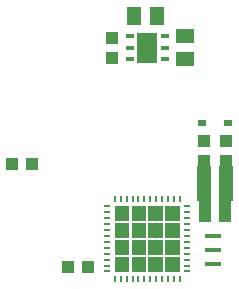
<source format=gbr>
G04 EAGLE Gerber RS-274X export*
G75*
%MOMM*%
%FSLAX34Y34*%
%LPD*%
%INSolderpaste Bottom*%
%IPPOS*%
%AMOC8*
5,1,8,0,0,1.08239X$1,22.5*%
G01*
%ADD10R,1.300000X1.500000*%
%ADD11R,1.100000X1.000000*%
%ADD12R,1.000000X1.100000*%
%ADD13R,0.550000X0.254000*%
%ADD14R,0.254000X0.550000*%
%ADD15R,1.399997X0.400000*%
%ADD16R,0.800000X0.500000*%
%ADD17R,1.500000X1.300000*%
%ADD18R,0.700000X0.400000*%
%ADD19R,1.750000X2.500000*%

G36*
X-16810Y102411D02*
X-16810Y102411D01*
X-16807Y102410D01*
X-16764Y102430D01*
X-16721Y102449D01*
X-16720Y102451D01*
X-16718Y102452D01*
X-16685Y102537D01*
X-16685Y114761D01*
X-16686Y114763D01*
X-16685Y114765D01*
X-16705Y114808D01*
X-16724Y114851D01*
X-16726Y114852D01*
X-16727Y114854D01*
X-16812Y114887D01*
X-29036Y114887D01*
X-29038Y114886D01*
X-29040Y114887D01*
X-29083Y114867D01*
X-29126Y114848D01*
X-29127Y114846D01*
X-29129Y114845D01*
X-29162Y114761D01*
X-29162Y102537D01*
X-29161Y102535D01*
X-29162Y102532D01*
X-29142Y102489D01*
X-29123Y102446D01*
X-29121Y102445D01*
X-29120Y102443D01*
X-29036Y102410D01*
X-16812Y102410D01*
X-16810Y102411D01*
G37*
G36*
X11639Y102411D02*
X11639Y102411D01*
X11641Y102410D01*
X11684Y102430D01*
X11727Y102449D01*
X11728Y102451D01*
X11730Y102452D01*
X11763Y102537D01*
X11763Y114761D01*
X11762Y114763D01*
X11763Y114765D01*
X11743Y114808D01*
X11724Y114851D01*
X11722Y114852D01*
X11721Y114854D01*
X11637Y114887D01*
X-588Y114887D01*
X-590Y114886D01*
X-592Y114887D01*
X-635Y114867D01*
X-678Y114848D01*
X-679Y114846D01*
X-681Y114845D01*
X-714Y114761D01*
X-714Y102537D01*
X-713Y102535D01*
X-714Y102532D01*
X-694Y102489D01*
X-675Y102446D01*
X-673Y102445D01*
X-672Y102443D01*
X-588Y102410D01*
X11637Y102410D01*
X11639Y102411D01*
G37*
G36*
X-2586Y102411D02*
X-2586Y102411D01*
X-2583Y102410D01*
X-2540Y102430D01*
X-2497Y102449D01*
X-2496Y102451D01*
X-2494Y102452D01*
X-2461Y102537D01*
X-2461Y114761D01*
X-2462Y114763D01*
X-2461Y114765D01*
X-2481Y114808D01*
X-2500Y114851D01*
X-2502Y114852D01*
X-2503Y114854D01*
X-2588Y114887D01*
X-14812Y114887D01*
X-14814Y114886D01*
X-14816Y114887D01*
X-14859Y114867D01*
X-14902Y114848D01*
X-14903Y114846D01*
X-14905Y114845D01*
X-14938Y114761D01*
X-14938Y102537D01*
X-14937Y102535D01*
X-14938Y102532D01*
X-14918Y102489D01*
X-14899Y102446D01*
X-14897Y102445D01*
X-14896Y102443D01*
X-14812Y102410D01*
X-2588Y102410D01*
X-2586Y102411D01*
G37*
G36*
X25863Y102411D02*
X25863Y102411D01*
X25865Y102410D01*
X25908Y102430D01*
X25951Y102449D01*
X25952Y102451D01*
X25954Y102452D01*
X25987Y102537D01*
X25987Y114761D01*
X25986Y114763D01*
X25987Y114765D01*
X25967Y114808D01*
X25948Y114851D01*
X25946Y114852D01*
X25945Y114854D01*
X25861Y114887D01*
X13637Y114887D01*
X13635Y114886D01*
X13632Y114887D01*
X13589Y114867D01*
X13546Y114848D01*
X13545Y114846D01*
X13543Y114845D01*
X13510Y114761D01*
X13510Y102537D01*
X13511Y102535D01*
X13510Y102532D01*
X13530Y102489D01*
X13549Y102446D01*
X13551Y102445D01*
X13552Y102443D01*
X13637Y102410D01*
X25861Y102410D01*
X25863Y102411D01*
G37*
G36*
X11639Y88187D02*
X11639Y88187D01*
X11641Y88186D01*
X11684Y88206D01*
X11727Y88225D01*
X11728Y88227D01*
X11730Y88228D01*
X11763Y88313D01*
X11763Y100537D01*
X11762Y100539D01*
X11763Y100541D01*
X11743Y100584D01*
X11724Y100627D01*
X11722Y100628D01*
X11721Y100630D01*
X11637Y100663D01*
X-588Y100663D01*
X-590Y100662D01*
X-592Y100663D01*
X-635Y100643D01*
X-678Y100624D01*
X-679Y100622D01*
X-681Y100621D01*
X-714Y100537D01*
X-714Y88313D01*
X-713Y88311D01*
X-714Y88308D01*
X-694Y88265D01*
X-675Y88222D01*
X-673Y88221D01*
X-672Y88219D01*
X-588Y88186D01*
X11637Y88186D01*
X11639Y88187D01*
G37*
G36*
X-16810Y88187D02*
X-16810Y88187D01*
X-16807Y88186D01*
X-16764Y88206D01*
X-16721Y88225D01*
X-16720Y88227D01*
X-16718Y88228D01*
X-16685Y88313D01*
X-16685Y100537D01*
X-16686Y100539D01*
X-16685Y100541D01*
X-16705Y100584D01*
X-16724Y100627D01*
X-16726Y100628D01*
X-16727Y100630D01*
X-16812Y100663D01*
X-29036Y100663D01*
X-29038Y100662D01*
X-29040Y100663D01*
X-29083Y100643D01*
X-29126Y100624D01*
X-29127Y100622D01*
X-29129Y100621D01*
X-29162Y100537D01*
X-29162Y88313D01*
X-29161Y88311D01*
X-29162Y88308D01*
X-29142Y88265D01*
X-29123Y88222D01*
X-29121Y88221D01*
X-29120Y88219D01*
X-29036Y88186D01*
X-16812Y88186D01*
X-16810Y88187D01*
G37*
G36*
X-2586Y88187D02*
X-2586Y88187D01*
X-2583Y88186D01*
X-2540Y88206D01*
X-2497Y88225D01*
X-2496Y88227D01*
X-2494Y88228D01*
X-2461Y88313D01*
X-2461Y100537D01*
X-2462Y100539D01*
X-2461Y100541D01*
X-2481Y100584D01*
X-2500Y100627D01*
X-2502Y100628D01*
X-2503Y100630D01*
X-2588Y100663D01*
X-14812Y100663D01*
X-14814Y100662D01*
X-14816Y100663D01*
X-14859Y100643D01*
X-14902Y100624D01*
X-14903Y100622D01*
X-14905Y100621D01*
X-14938Y100537D01*
X-14938Y88313D01*
X-14937Y88311D01*
X-14938Y88308D01*
X-14918Y88265D01*
X-14899Y88222D01*
X-14897Y88221D01*
X-14896Y88219D01*
X-14812Y88186D01*
X-2588Y88186D01*
X-2586Y88187D01*
G37*
G36*
X25863Y88187D02*
X25863Y88187D01*
X25865Y88186D01*
X25908Y88206D01*
X25951Y88225D01*
X25952Y88227D01*
X25954Y88228D01*
X25987Y88313D01*
X25987Y100537D01*
X25986Y100539D01*
X25987Y100541D01*
X25967Y100584D01*
X25948Y100627D01*
X25946Y100628D01*
X25945Y100630D01*
X25861Y100663D01*
X13637Y100663D01*
X13635Y100662D01*
X13632Y100663D01*
X13589Y100643D01*
X13546Y100624D01*
X13545Y100622D01*
X13543Y100621D01*
X13510Y100537D01*
X13510Y88313D01*
X13511Y88311D01*
X13510Y88308D01*
X13530Y88265D01*
X13549Y88222D01*
X13551Y88221D01*
X13552Y88219D01*
X13637Y88186D01*
X25861Y88186D01*
X25863Y88187D01*
G37*
G36*
X-16810Y73963D02*
X-16810Y73963D01*
X-16807Y73962D01*
X-16764Y73982D01*
X-16721Y74001D01*
X-16720Y74003D01*
X-16718Y74004D01*
X-16685Y74089D01*
X-16685Y86313D01*
X-16686Y86315D01*
X-16685Y86317D01*
X-16705Y86360D01*
X-16724Y86403D01*
X-16726Y86404D01*
X-16727Y86406D01*
X-16812Y86439D01*
X-29036Y86439D01*
X-29038Y86438D01*
X-29040Y86439D01*
X-29083Y86419D01*
X-29126Y86400D01*
X-29127Y86398D01*
X-29129Y86397D01*
X-29162Y86313D01*
X-29162Y74089D01*
X-29161Y74087D01*
X-29162Y74084D01*
X-29142Y74041D01*
X-29123Y73998D01*
X-29121Y73997D01*
X-29120Y73995D01*
X-29036Y73962D01*
X-16812Y73962D01*
X-16810Y73963D01*
G37*
G36*
X11639Y73963D02*
X11639Y73963D01*
X11641Y73962D01*
X11684Y73982D01*
X11727Y74001D01*
X11728Y74003D01*
X11730Y74004D01*
X11763Y74089D01*
X11763Y86313D01*
X11762Y86315D01*
X11763Y86317D01*
X11743Y86360D01*
X11724Y86403D01*
X11722Y86404D01*
X11721Y86406D01*
X11637Y86439D01*
X-588Y86439D01*
X-590Y86438D01*
X-592Y86439D01*
X-635Y86419D01*
X-678Y86400D01*
X-679Y86398D01*
X-681Y86397D01*
X-714Y86313D01*
X-714Y74089D01*
X-713Y74087D01*
X-714Y74084D01*
X-694Y74041D01*
X-675Y73998D01*
X-673Y73997D01*
X-672Y73995D01*
X-588Y73962D01*
X11637Y73962D01*
X11639Y73963D01*
G37*
G36*
X-2586Y73963D02*
X-2586Y73963D01*
X-2583Y73962D01*
X-2540Y73982D01*
X-2497Y74001D01*
X-2496Y74003D01*
X-2494Y74004D01*
X-2461Y74089D01*
X-2461Y86313D01*
X-2462Y86315D01*
X-2461Y86317D01*
X-2481Y86360D01*
X-2500Y86403D01*
X-2502Y86404D01*
X-2503Y86406D01*
X-2588Y86439D01*
X-14812Y86439D01*
X-14814Y86438D01*
X-14816Y86439D01*
X-14859Y86419D01*
X-14902Y86400D01*
X-14903Y86398D01*
X-14905Y86397D01*
X-14938Y86313D01*
X-14938Y74089D01*
X-14937Y74087D01*
X-14938Y74084D01*
X-14918Y74041D01*
X-14899Y73998D01*
X-14897Y73997D01*
X-14896Y73995D01*
X-14812Y73962D01*
X-2588Y73962D01*
X-2586Y73963D01*
G37*
G36*
X25863Y73963D02*
X25863Y73963D01*
X25865Y73962D01*
X25908Y73982D01*
X25951Y74001D01*
X25952Y74003D01*
X25954Y74004D01*
X25987Y74089D01*
X25987Y86313D01*
X25986Y86315D01*
X25987Y86317D01*
X25967Y86360D01*
X25948Y86403D01*
X25946Y86404D01*
X25945Y86406D01*
X25861Y86439D01*
X13637Y86439D01*
X13635Y86438D01*
X13632Y86439D01*
X13589Y86419D01*
X13546Y86400D01*
X13545Y86398D01*
X13543Y86397D01*
X13510Y86313D01*
X13510Y74089D01*
X13511Y74087D01*
X13510Y74084D01*
X13530Y74041D01*
X13549Y73998D01*
X13551Y73997D01*
X13552Y73995D01*
X13637Y73962D01*
X25861Y73962D01*
X25863Y73963D01*
G37*
G36*
X-2586Y59739D02*
X-2586Y59739D01*
X-2583Y59738D01*
X-2540Y59758D01*
X-2497Y59777D01*
X-2496Y59779D01*
X-2494Y59780D01*
X-2461Y59865D01*
X-2461Y72089D01*
X-2462Y72091D01*
X-2461Y72093D01*
X-2481Y72136D01*
X-2500Y72179D01*
X-2502Y72180D01*
X-2503Y72182D01*
X-2588Y72215D01*
X-14812Y72215D01*
X-14814Y72214D01*
X-14816Y72215D01*
X-14859Y72195D01*
X-14902Y72176D01*
X-14903Y72174D01*
X-14905Y72173D01*
X-14938Y72089D01*
X-14938Y59865D01*
X-14937Y59863D01*
X-14938Y59860D01*
X-14918Y59817D01*
X-14899Y59774D01*
X-14897Y59773D01*
X-14896Y59771D01*
X-14812Y59738D01*
X-2588Y59738D01*
X-2586Y59739D01*
G37*
G36*
X11639Y59739D02*
X11639Y59739D01*
X11641Y59738D01*
X11684Y59758D01*
X11727Y59777D01*
X11728Y59779D01*
X11730Y59780D01*
X11763Y59865D01*
X11763Y72089D01*
X11762Y72091D01*
X11763Y72093D01*
X11743Y72136D01*
X11724Y72179D01*
X11722Y72180D01*
X11721Y72182D01*
X11637Y72215D01*
X-588Y72215D01*
X-590Y72214D01*
X-592Y72215D01*
X-635Y72195D01*
X-678Y72176D01*
X-679Y72174D01*
X-681Y72173D01*
X-714Y72089D01*
X-714Y59865D01*
X-713Y59863D01*
X-714Y59860D01*
X-694Y59817D01*
X-675Y59774D01*
X-673Y59773D01*
X-672Y59771D01*
X-588Y59738D01*
X11637Y59738D01*
X11639Y59739D01*
G37*
G36*
X25863Y59739D02*
X25863Y59739D01*
X25865Y59738D01*
X25908Y59758D01*
X25951Y59777D01*
X25952Y59779D01*
X25954Y59780D01*
X25987Y59865D01*
X25987Y72089D01*
X25986Y72091D01*
X25987Y72093D01*
X25967Y72136D01*
X25948Y72179D01*
X25946Y72180D01*
X25945Y72182D01*
X25861Y72215D01*
X13637Y72215D01*
X13635Y72214D01*
X13632Y72215D01*
X13589Y72195D01*
X13546Y72176D01*
X13545Y72174D01*
X13543Y72173D01*
X13510Y72089D01*
X13510Y59865D01*
X13511Y59863D01*
X13510Y59860D01*
X13530Y59817D01*
X13549Y59774D01*
X13551Y59773D01*
X13552Y59771D01*
X13637Y59738D01*
X25861Y59738D01*
X25863Y59739D01*
G37*
G36*
X-16810Y59739D02*
X-16810Y59739D01*
X-16807Y59738D01*
X-16764Y59758D01*
X-16721Y59777D01*
X-16720Y59779D01*
X-16718Y59780D01*
X-16685Y59865D01*
X-16685Y72089D01*
X-16686Y72091D01*
X-16685Y72093D01*
X-16705Y72136D01*
X-16724Y72179D01*
X-16726Y72180D01*
X-16727Y72182D01*
X-16812Y72215D01*
X-29036Y72215D01*
X-29038Y72214D01*
X-29040Y72215D01*
X-29083Y72195D01*
X-29126Y72176D01*
X-29127Y72174D01*
X-29129Y72173D01*
X-29162Y72089D01*
X-29162Y59865D01*
X-29161Y59863D01*
X-29162Y59860D01*
X-29142Y59817D01*
X-29123Y59774D01*
X-29121Y59773D01*
X-29120Y59771D01*
X-29036Y59738D01*
X-16812Y59738D01*
X-16810Y59739D01*
G37*
D10*
X46063Y127000D03*
X65063Y127000D03*
D11*
X47063Y115888D03*
X64063Y115888D03*
X47063Y106363D03*
X64063Y106363D03*
D10*
X46063Y141288D03*
X65063Y141288D03*
D11*
X46038Y153425D03*
X46038Y170425D03*
D12*
X-51825Y63500D03*
X-68825Y63500D03*
D11*
X65088Y170425D03*
X65088Y153425D03*
D12*
X-116450Y150813D03*
X-99450Y150813D03*
D13*
X32213Y114820D03*
X32213Y109819D03*
X32213Y104817D03*
X32213Y99816D03*
X32213Y94815D03*
X32213Y89814D03*
X32213Y84812D03*
X32213Y79811D03*
X32213Y74810D03*
X32213Y69809D03*
X32213Y64807D03*
X32213Y59806D03*
D14*
X25920Y53513D03*
X20919Y53513D03*
X15917Y53513D03*
X10916Y53513D03*
X5915Y53513D03*
X914Y53513D03*
X-4089Y53513D03*
X-9090Y53513D03*
X-14091Y53513D03*
X-19092Y53513D03*
X-24094Y53513D03*
X-29095Y53513D03*
D13*
X-35388Y59806D03*
X-35388Y64807D03*
X-35388Y69809D03*
X-35388Y74810D03*
X-35388Y79811D03*
X-35388Y84812D03*
X-35388Y89814D03*
X-35388Y94815D03*
X-35388Y99816D03*
X-35388Y104817D03*
X-35388Y109819D03*
X-35388Y114820D03*
D14*
X-29095Y121113D03*
X-24094Y121113D03*
X-19092Y121113D03*
X-14091Y121113D03*
X-9090Y121113D03*
X-4089Y121113D03*
X914Y121113D03*
X5915Y121113D03*
X10916Y121113D03*
X15917Y121113D03*
X20919Y121113D03*
X25920Y121113D03*
D15*
X53975Y65788D03*
X53975Y77788D03*
X53975Y89787D03*
D16*
X66563Y185738D03*
X44563Y185738D03*
D10*
X6325Y276225D03*
X-12675Y276225D03*
D17*
X30163Y239738D03*
X30163Y258738D03*
D18*
X13413Y258738D03*
X13413Y249238D03*
X13413Y239738D03*
X-16588Y239738D03*
X-16588Y249238D03*
X-16588Y258738D03*
D19*
X-1588Y249238D03*
D11*
X-31750Y240738D03*
X-31750Y257738D03*
M02*

</source>
